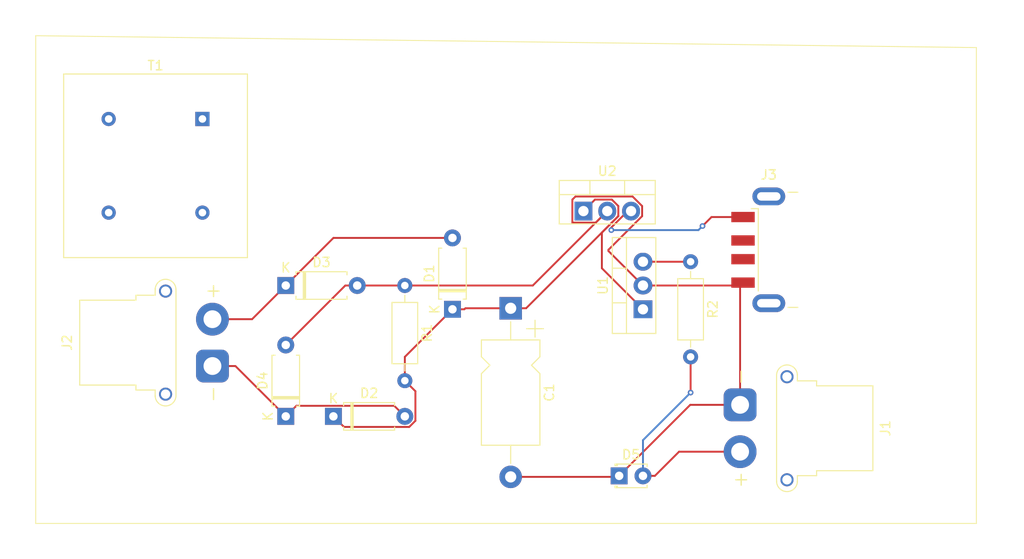
<source format=kicad_pcb>
(kicad_pcb (version 20241229) (generator "pcbnew") (generator_version "9.0")
  (layers (0 "F.Cu" signal) (4 "In1.Cu" signal) (6 "In2.Cu" signal) (2 "B.Cu" signal) (13 "F.Paste" user) (15 "B.Paste" user) (5 "F.SilkS" user "F.Silkscreen") (7 "B.SilkS" user "B.Silkscreen") (1 "F.Mask" user) (3 "B.Mask" user) (25 "Edge.Cuts" user))
  (net 0 "")
  (net 1 "Net-(D3-A)")
  (net 2 "Net-(D1-K)")
  (net 3 "Net-(D1-A)")
  (net 4 "Net-(D2-A)")
  (net 5 "Net-(D5-A)")
  (net 9 "Net-(J3-VBUS)")
  (net 11 "Net-(U1-VO)")
  (footprint "Package_TO_SOT_THT:TO-220-3_Vertical" (layer "F.Cu") (at 160.02 75.875)
    (property "Reference" "U2" (at 2.54 -4.27 0) (layer "F.SilkS"))
    (property "Value" "LM7805_TO220" (hide yes))
    (fp_line (start -2.58 -3.27) (end -2.58 1.371) (stroke (width 0.12)) (layer "F.SilkS"))
    (fp_line (start -2.58 -3.27) (end 7.66 -3.27) (stroke (width 0.12)) (layer "F.SilkS"))
    (fp_line (start -2.58 -1.76) (end 7.66 -1.76) (stroke (width 0.12)) (layer "F.SilkS"))
    (fp_line (start -2.58 1.371) (end 7.66 1.371) (stroke (width 0.12)) (layer "F.SilkS"))
    (fp_line (start 0.69 -3.27) (end 0.69 -1.76) (stroke (width 0.12)) (layer "F.SilkS"))
    (fp_line (start 4.391 -3.27) (end 4.391 -1.76) (stroke (width 0.12)) (layer "F.SilkS"))
    (fp_line (start 7.66 -3.27) (end 7.66 1.371) (stroke (width 0.12)) (layer "F.SilkS"))
    (pad "1" thru_hole rect (at 0 0) (size 1.905 2) (drill 1.1) (layers "*.Cu" "*.Mask") (net 2 "Net-(D1-K)"))
    (pad "2" thru_hole oval (at 2.54 0) (size 1.905 2) (drill 1.1) (layers "*.Cu" "*.Mask") (net 1 "Net-(D3-A)"))
    (pad "3" thru_hole oval (at 5.08 0) (size 1.905 2) (drill 1.1) (layers "*.Cu" "*.Mask") (net 9 "Net-(J3-VBUS)"))
  )
  (footprint "Diode_THT:D_A-405_P7.62mm_Horizontal" (layer "F.Cu") (at 146.05 86.36 90)
    (property "Reference" "D1" (at 3.81 -2.47 90) (layer "F.SilkS"))
    (property "Value" "D_45deg" (hide yes))
    (fp_line (start 6.53 -1.47) (end 6.53 -1.14) (stroke (width 0.12)) (layer "F.SilkS"))
    (fp_line (start 2.11 -1.47) (end 2.11 1.47) (stroke (width 0.12)) (layer "F.SilkS"))
    (fp_line (start 1.99 -1.47) (end 1.99 1.47) (stroke (width 0.12)) (layer "F.SilkS"))
    (fp_line (start 1.87 -1.47) (end 1.87 1.47) (stroke (width 0.12)) (layer "F.SilkS"))
    (fp_line (start 1.09 -1.47) (end 6.53 -1.47) (stroke (width 0.12)) (layer "F.SilkS"))
    (fp_line (start 1.09 -1.14) (end 1.09 -1.47) (stroke (width 0.12)) (layer "F.SilkS"))
    (fp_line (start 1.09 1.14) (end 1.09 1.47) (stroke (width 0.12)) (layer "F.SilkS"))
    (fp_line (start 6.53 1.47) (end 6.53 1.14) (stroke (width 0.12)) (layer "F.SilkS"))
    (fp_line (start 1.09 1.47) (end 6.53 1.47) (stroke (width 0.12)) (layer "F.SilkS"))
    (fp_text user "K" (at 0 -1.9 90) (layer "F.SilkS"))
    (pad "1" thru_hole rect (at 0 0 90) (size 1.8 1.8) (drill 0.9) (layers "*.Cu" "*.Mask") (net 2 "Net-(D1-K)"))
    (pad "2" thru_hole oval (at 7.62 0 90) (size 1.8 1.8) (drill 0.9) (layers "*.Cu" "*.Mask") (net 3 "Net-(D1-A)"))
  )
  (footprint "Connector_USB:USB_A_CNCTech_1001-011-01101_Horizontal" (layer "F.Cu") (at 186.69 80.01)
    (property "Reference" "J3" (at -6.9 -8 0) (layer "F.SilkS"))
    (property "Value" "USB_A")
    (fp_line (start -8.02 -4.4) (end -8.775 -4.4) (stroke (width 0.12)) (layer "F.SilkS"))
    (fp_line (start -8.02 -4.4) (end -8.02 4.4) (stroke (width 0.12)) (layer "F.SilkS"))
    (fp_line (start -4.85 -6.145) (end -3.8 -6.145) (stroke (width 0.12)) (layer "F.SilkS"))
    (fp_line (start -4.85 6.145) (end -3.8 6.145) (stroke (width 0.12)) (layer "F.SilkS"))
    (pad "" np_thru_hole circle (at -6.9 -2.3) (size 1.1 1.1) (drill 1.1) (layers "*.Cu" "*.Mask"))
    (pad "" np_thru_hole circle (at -6.9 2.3) (size 1.1 1.1) (drill 1.1) (layers "*.Cu" "*.Mask"))
    (pad "1" smd rect (at -9.65 -3.5) (size 2.5 1.1) (layers "F.Cu" "F.Mask" "F.Paste") (net 9 "Net-(J3-VBUS)"))
    (pad "2" smd rect (at -9.65 -1) (size 2.5 1.1) (layers "F.Cu" "F.Mask" "F.Paste"))
    (pad "3" smd rect (at -9.65 1) (size 2.5 1.1) (layers "F.Cu" "F.Mask" "F.Paste"))
    (pad "4" smd rect (at -9.65 3.5) (size 2.5 1.1) (layers "F.Cu" "F.Mask" "F.Paste") (net 1 "Net-(D3-A)"))
    (pad "5" thru_hole oval (at -6.9 -5.7) (size 3.5 1.9) (drill oval 2.5 0.9) (property pad_prop_heatsink) (layers "*.Cu" "*.Mask"))
    (pad "5" thru_hole oval (at -6.9 5.7) (size 3.5 1.9) (drill oval 2.5 0.9) (property pad_prop_heatsink) (layers "*.Cu" "*.Mask"))
  )
  (footprint "Transformer_THT:Transformer_NF_ETAL_P1165" (layer "F.Cu") (at 119.38 66.04)
    (property "Reference" "T1" (at -5 -5.7 0) (layer "F.SilkS"))
    (property "Value" "Transformer_1P_1S" (hide yes))
    (fp_line (start -14.8 -4.8) (end 4.8 -4.8) (stroke (width 0.12)) (layer "F.SilkS"))
    (fp_line (start -14.8 14.8) (end -14.8 -4.8) (stroke (width 0.12)) (layer "F.SilkS"))
    (fp_line (start 4.8 -4.8) (end 4.8 14.8) (stroke (width 0.12)) (layer "F.SilkS"))
    (fp_line (start 4.8 14.8) (end -14.8 14.8) (stroke (width 0.12)) (layer "F.SilkS"))
    (pad "1" thru_hole rect (at 0 0) (size 1.52 1.52) (drill 0.81) (layers "*.Cu" "*.Mask"))
    (pad "3" thru_hole circle (at 0 10) (size 1.52 1.52) (drill 0.81) (layers "*.Cu" "*.Mask"))
    (pad "4" thru_hole circle (at -10 10) (size 1.52 1.52) (drill 0.81) (layers "*.Cu" "*.Mask"))
    (pad "6" thru_hole circle (at -10 0) (size 1.52 1.52) (drill 0.81) (layers "*.Cu" "*.Mask"))
  )
  (footprint "LED_THT:LED_D1.8mm_W3.3mm_H2.4mm" (layer "F.Cu") (at 163.83 104.14)
    (property "Reference" "D5" (at 1.27 -2.26 0) (layer "F.SilkS"))
    (property "Value" "LED" (hide yes))
    (fp_line (start -0.44 -1.26) (end -0.44 -1.08) (stroke (width 0.12)) (layer "F.SilkS"))
    (fp_line (start -0.44 -1.26) (end 2.98 -1.26) (stroke (width 0.12)) (layer "F.SilkS"))
    (fp_line (start -0.44 1.08) (end -0.44 1.26) (stroke (width 0.12)) (layer "F.SilkS"))
    (fp_line (start -0.44 1.26) (end 2.98 1.26) (stroke (width 0.12)) (layer "F.SilkS"))
    (fp_line (start -0.32 -1.26) (end -0.32 -1.08) (stroke (width 0.12)) (layer "F.SilkS"))
    (fp_line (start -0.32 1.08) (end -0.32 1.26) (stroke (width 0.12)) (layer "F.SilkS"))
    (fp_line (start -0.2 -1.26) (end -0.2 -1.08) (stroke (width 0.12)) (layer "F.SilkS"))
    (fp_line (start -0.2 1.08) (end -0.2 1.26) (stroke (width 0.12)) (layer "F.SilkS"))
    (fp_line (start 2.98 -1.26) (end 2.98 -0.986) (stroke (width 0.12)) (layer "F.SilkS"))
    (fp_line (start 2.98 0.986) (end 2.98 1.26) (stroke (width 0.12)) (layer "F.SilkS"))
    (pad "1" thru_hole rect (at 0 0) (size 1.8 1.8) (drill 0.9) (layers "*.Cu" "*.Mask") (net 1 "Net-(D3-A)"))
    (pad "2" thru_hole circle (at 2.54 0) (size 1.8 1.8) (drill 0.9) (layers "*.Cu" "*.Mask") (net 5 "Net-(D5-A)"))
  )
  (footprint "Diode_THT:D_A-405_P7.62mm_Horizontal" (layer "F.Cu") (at 128.27 97.79 90)
    (property "Reference" "D4" (at 3.81 -2.47 90) (layer "F.SilkS"))
    (property "Value" "D_45deg" (hide yes))
    (fp_line (start 6.53 -1.47) (end 6.53 -1.14) (stroke (width 0.12)) (layer "F.SilkS"))
    (fp_line (start 2.11 -1.47) (end 2.11 1.47) (stroke (width 0.12)) (layer "F.SilkS"))
    (fp_line (start 1.99 -1.47) (end 1.99 1.47) (stroke (width 0.12)) (layer "F.SilkS"))
    (fp_line (start 1.87 -1.47) (end 1.87 1.47) (stroke (width 0.12)) (layer "F.SilkS"))
    (fp_line (start 1.09 -1.47) (end 6.53 -1.47) (stroke (width 0.12)) (layer "F.SilkS"))
    (fp_line (start 1.09 -1.14) (end 1.09 -1.47) (stroke (width 0.12)) (layer "F.SilkS"))
    (fp_line (start 1.09 1.14) (end 1.09 1.47) (stroke (width 0.12)) (layer "F.SilkS"))
    (fp_line (start 6.53 1.47) (end 6.53 1.14) (stroke (width 0.12)) (layer "F.SilkS"))
    (fp_line (start 1.09 1.47) (end 6.53 1.47) (stroke (width 0.12)) (layer "F.SilkS"))
    (fp_text user "K" (at 0 -1.9 90) (layer "F.SilkS"))
    (pad "1" thru_hole rect (at 0 0 90) (size 1.8 1.8) (drill 0.9) (layers "*.Cu" "*.Mask") (net 4 "Net-(D2-A)"))
    (pad "2" thru_hole oval (at 7.62 0 90) (size 1.8 1.8) (drill 0.9) (layers "*.Cu" "*.Mask") (net 1 "Net-(D3-A)"))
  )
  (footprint "Resistor_THT:R_Axial_DIN0207_L6.3mm_D2.5mm_P10.16mm_Horizontal" (layer "F.Cu") (at 140.97 83.82 -90)
    (property "Reference" "R1" (at 5.08 -2.37 90) (layer "F.SilkS"))
    (property "Value" "R_Small_US" (hide yes))
    (fp_line (start 1.81 1.37) (end 8.35 1.37) (stroke (width 0.12)) (layer "F.SilkS"))
    (fp_line (start 8.35 1.37) (end 8.35 -1.37) (stroke (width 0.12)) (layer "F.SilkS"))
    (fp_line (start 1.04 0) (end 1.81 0) (stroke (width 0.12)) (layer "F.SilkS"))
    (fp_line (start 9.12 0) (end 8.35 0) (stroke (width 0.12)) (layer "F.SilkS"))
    (fp_line (start 1.81 -1.37) (end 1.81 1.37) (stroke (width 0.12)) (layer "F.SilkS"))
    (fp_line (start 8.35 -1.37) (end 1.81 -1.37) (stroke (width 0.12)) (layer "F.SilkS"))
    (pad "1" thru_hole circle (at 0 0 270) (size 1.6 1.6) (drill 0.8) (layers "*.Cu" "*.Mask") (net 1 "Net-(D3-A)"))
    (pad "2" thru_hole oval (at 10.16 0 270) (size 1.6 1.6) (drill 0.8) (layers "*.Cu" "*.Mask") (net 2 "Net-(D1-K)"))
  )
  (footprint "Diode_THT:D_A-405_P7.62mm_Horizontal" (layer "F.Cu") (at 133.35 97.79)
    (property "Reference" "D2" (at 3.81 -2.47 0) (layer "F.SilkS"))
    (property "Value" "D_45deg" (hide yes))
    (fp_line (start 1.09 -1.47) (end 6.53 -1.47) (stroke (width 0.12)) (layer "F.SilkS"))
    (fp_line (start 1.09 -1.14) (end 1.09 -1.47) (stroke (width 0.12)) (layer "F.SilkS"))
    (fp_line (start 1.09 1.14) (end 1.09 1.47) (stroke (width 0.12)) (layer "F.SilkS"))
    (fp_line (start 1.09 1.47) (end 6.53 1.47) (stroke (width 0.12)) (layer "F.SilkS"))
    (fp_line (start 1.87 -1.47) (end 1.87 1.47) (stroke (width 0.12)) (layer "F.SilkS"))
    (fp_line (start 1.99 -1.47) (end 1.99 1.47) (stroke (width 0.12)) (layer "F.SilkS"))
    (fp_line (start 2.11 -1.47) (end 2.11 1.47) (stroke (width 0.12)) (layer "F.SilkS"))
    (fp_line (start 6.53 -1.47) (end 6.53 -1.14) (stroke (width 0.12)) (layer "F.SilkS"))
    (fp_line (start 6.53 1.47) (end 6.53 1.14) (stroke (width 0.12)) (layer "F.SilkS"))
    (fp_text user "K" (at 0 -1.9 0) (layer "F.SilkS"))
    (pad "1" thru_hole rect (at 0 0) (size 1.8 1.8) (drill 0.9) (layers "*.Cu" "*.Mask") (net 2 "Net-(D1-K)"))
    (pad "2" thru_hole oval (at 7.62 0) (size 1.8 1.8) (drill 0.9) (layers "*.Cu" "*.Mask") (net 4 "Net-(D2-A)"))
  )
  (footprint "Package_TO_SOT_THT:TO-220-3_Vertical" (layer "F.Cu") (at 166.37 86.36 90)
    (property "Reference" "U1" (at 2.54 -4.27 90) (layer "F.SilkS"))
    (property "Value" "LM7805_TO220" (hide yes))
    (fp_line (start 7.66 -3.27) (end 7.66 1.371) (stroke (width 0.12)) (layer "F.SilkS"))
    (fp_line (start 4.391 -3.27) (end 4.391 -1.76) (stroke (width 0.12)) (layer "F.SilkS"))
    (fp_line (start 0.69 -3.27) (end 0.69 -1.76) (stroke (width 0.12)) (layer "F.SilkS"))
    (fp_line (start -2.58 -3.27) (end 7.66 -3.27) (stroke (width 0.12)) (layer "F.SilkS"))
    (fp_line (start -2.58 -3.27) (end -2.58 1.371) (stroke (width 0.12)) (layer "F.SilkS"))
    (fp_line (start -2.58 -1.76) (end 7.66 -1.76) (stroke (width 0.12)) (layer "F.SilkS"))
    (fp_line (start -2.58 1.371) (end 7.66 1.371) (stroke (width 0.12)) (layer "F.SilkS"))
    (pad "1" thru_hole rect (at 0 0 90) (size 1.905 2) (drill 1.1) (layers "*.Cu" "*.Mask") (net 2 "Net-(D1-K)"))
    (pad "2" thru_hole oval (at 2.54 0 90) (size 1.905 2) (drill 1.1) (layers "*.Cu" "*.Mask") (net 1 "Net-(D3-A)"))
    (pad "3" thru_hole oval (at 5.08 0 90) (size 1.905 2) (drill 1.1) (layers "*.Cu" "*.Mask") (net 11 "Net-(U1-VO)"))
  )
  (footprint "Connector_AMASS:AMASS_XT30PW-F_1x02_P2.50mm_Horizontal" (layer "F.Cu") (at 120.45 92.416 90)
    (property "Reference" "J2" (at 2.5 -15.5 90) (layer "F.SilkS"))
    (property "Value" "Conn_01x02_Pin" (hide yes))
    (fp_line (start 7.03 -14.16) (end 7.03 -8.16) (stroke (width 0.12)) (layer "F.SilkS"))
    (fp_line (start -2.03 -14.16) (end 7 -14.16) (stroke (width 0.12)) (layer "F.SilkS"))
    (fp_line (start -2.03 -14.16) (end -2.03 -8.16) (stroke (width 0.12)) (layer "F.SilkS"))
    (fp_line (start 7.56 -8.16) (end 7.56 -6.11) (stroke (width 0.12)) (layer "F.SilkS"))
    (fp_line (start 7.03 -8.16) (end 7.56 -8.16) (stroke (width 0.12)) (layer "F.SilkS"))
    (fp_line (start -2.56 -8.16) (end -2.03 -8.16) (stroke (width 0.12)) (layer "F.SilkS"))
    (fp_line (start -2.56 -8.16) (end -2.56 -6.11) (stroke (width 0.12)) (layer "F.SilkS"))
    (fp_line (start 7.56 -6.11) (end 8.26 -6.11) (stroke (width 0.12)) (layer "F.SilkS"))
    (fp_line (start -3.26 -6.11) (end -2.56 -6.11) (stroke (width 0.12)) (layer "F.SilkS"))
    (fp_line (start -3.26 -3.89) (end 8.26 -3.89) (stroke (width 0.12)) (layer "F.SilkS"))
    (fp_arc (start 8.15 -6.11) (mid 9.26 -5) (end 8.15 -3.89) (stroke (width 0.12)) (layer "F.SilkS"))
    (fp_arc (start -3.321729 -3.903365) (mid -4.256653 -5.086124) (end -3.15 -6.11) (stroke (width 0.12)) (layer "F.SilkS"))
    (fp_text user "-" (at -3 0 90) (layer "F.SilkS") (effects (font (size 1.5 1.5))))
    (fp_text user "+" (at 8 0 90) (layer "F.SilkS") (effects (font (size 1.5 1.5))))
    (pad "" thru_hole circle (at -3 -5 180) (size 1.4 1.4) (drill 1) (layers "*.Cu" "*.Mask"))
    (pad "" thru_hole circle (at 8 -5 90) (size 1.4 1.4) (drill 1) (layers "*.Cu" "*.Mask"))
    (pad "1" thru_hole roundrect (at 0 0 90) (size 3.5 3.5) (drill 1.9) (layers "*.Cu" "*.Mask") (roundrect_rratio 0.22) (net 4 "Net-(D2-A)"))
    (pad "2" thru_hole circle (at 5 0 90) (size 3.5 3.5) (drill 1.9) (layers "*.Cu" "*.Mask") (net 3 "Net-(D1-A)"))
  )
  (footprint "Resistor_THT:R_Axial_DIN0207_L6.3mm_D2.5mm_P10.16mm_Horizontal" (layer "F.Cu") (at 171.45 81.28 -90)
    (property "Reference" "R2" (at 5.08 -2.37 90) (layer "F.SilkS"))
    (property "Value" "R_Small_US" (hide yes))
    (fp_line (start 1.81 1.37) (end 8.35 1.37) (stroke (width 0.12)) (layer "F.SilkS"))
    (fp_line (start 8.35 1.37) (end 8.35 -1.37) (stroke (width 0.12)) (layer "F.SilkS"))
    (fp_line (start 1.04 0) (end 1.81 0) (stroke (width 0.12)) (layer "F.SilkS"))
    (fp_line (start 9.12 0) (end 8.35 0) (stroke (width 0.12)) (layer "F.SilkS"))
    (fp_line (start 1.81 -1.37) (end 1.81 1.37) (stroke (width 0.12)) (layer "F.SilkS"))
    (fp_line (start 8.35 -1.37) (end 1.81 -1.37) (stroke (width 0.12)) (layer "F.SilkS"))
    (pad "1" thru_hole circle (at 0 0 270) (size 1.6 1.6) (drill 0.8) (layers "*.Cu" "*.Mask") (net 11 "Net-(U1-VO)"))
    (pad "2" thru_hole oval (at 10.16 0 270) (size 1.6 1.6) (drill 0.8) (layers "*.Cu" "*.Mask") (net 5 "Net-(D5-A)"))
  )
  (footprint "Capacitor_THT:CP_Axial_L11.0mm_D6.0mm_P18.00mm_Horizontal" (layer "F.Cu") (at 152.2575 86.25 -90)
    (property "Reference" "C1" (at 9 -4.12 90) (layer "F.SilkS"))
    (property "Value" "C_Polarized" (hide yes))
    (fp_line (start 3.38 3.12) (end 5.18 3.12) (stroke (width 0.12)) (layer "F.SilkS"))
    (fp_line (start 5.18 3.12) (end 6.08 2.22) (stroke (width 0.12)) (layer "F.SilkS"))
    (fp_line (start 6.98 3.12) (end 14.62 3.12) (stroke (width 0.12)) (layer "F.SilkS"))
    (fp_line (start 6.08 2.22) (end 6.98 3.12) (stroke (width 0.12)) (layer "F.SilkS"))
    (fp_line (start 1.44 0) (end 3.38 0) (stroke (width 0.12)) (layer "F.SilkS"))
    (fp_line (start 16.56 0) (end 14.62 0) (stroke (width 0.12)) (layer "F.SilkS"))
    (fp_line (start 6.08 -2.22) (end 6.98 -3.12) (stroke (width 0.12)) (layer "F.SilkS"))
    (fp_line (start 1.28 -2.6) (end 3.08 -2.6) (stroke (width 0.12)) (layer "F.SilkS"))
    (fp_line (start 3.38 -3.12) (end 3.38 3.12) (stroke (width 0.12)) (layer "F.SilkS"))
    (fp_line (start 3.38 -3.12) (end 5.18 -3.12) (stroke (width 0.12)) (layer "F.SilkS"))
    (fp_line (start 5.18 -3.12) (end 6.08 -2.22) (stroke (width 0.12)) (layer "F.SilkS"))
    (fp_line (start 6.98 -3.12) (end 14.62 -3.12) (stroke (width 0.12)) (layer "F.SilkS"))
    (fp_line (start 14.62 -3.12) (end 14.62 3.12) (stroke (width 0.12)) (layer "F.SilkS"))
    (fp_line (start 2.18 -3.5) (end 2.18 -1.7) (stroke (width 0.12)) (layer "F.SilkS"))
    (pad "1" thru_hole rect (at 0 0 270) (size 2.4 2.4) (drill 1.2) (layers "*.Cu" "*.Mask") (net 2 "Net-(D1-K)"))
    (pad "2" thru_hole circle (at 18 0 270) (size 2.4 2.4) (drill 1.2) (layers "*.Cu" "*.Mask") (net 1 "Net-(D3-A)"))
  )
  (footprint "Diode_THT:D_A-405_P7.62mm_Horizontal" (layer "F.Cu") (at 128.27 83.82)
    (property "Reference" "D3" (at 3.81 -2.47 0) (layer "F.SilkS"))
    (property "Value" "D_45deg" (hide yes))
    (fp_line (start 1.09 -1.47) (end 6.53 -1.47) (stroke (width 0.12)) (layer "F.SilkS"))
    (fp_line (start 1.09 -1.14) (end 1.09 -1.47) (stroke (width 0.12)) (layer "F.SilkS"))
    (fp_line (start 1.09 1.14) (end 1.09 1.47) (stroke (width 0.12)) (layer "F.SilkS"))
    (fp_line (start 1.09 1.47) (end 6.53 1.47) (stroke (width 0.12)) (layer "F.SilkS"))
    (fp_line (start 1.87 -1.47) (end 1.87 1.47) (stroke (width 0.12)) (layer "F.SilkS"))
    (fp_line (start 1.99 -1.47) (end 1.99 1.47) (stroke (width 0.12)) (layer "F.SilkS"))
    (fp_line (start 2.11 -1.47) (end 2.11 1.47) (stroke (width 0.12)) (layer "F.SilkS"))
    (fp_line (start 6.53 -1.47) (end 6.53 -1.14) (stroke (width 0.12)) (layer "F.SilkS"))
    (fp_line (start 6.53 1.47) (end 6.53 1.14) (stroke (width 0.12)) (layer "F.SilkS"))
    (fp_text user "K" (at 0 -1.9 0) (layer "F.SilkS"))
    (pad "1" thru_hole rect (at 0 0) (size 1.8 1.8) (drill 0.9) (layers "*.Cu" "*.Mask") (net 3 "Net-(D1-A)"))
    (pad "2" thru_hole oval (at 7.62 0) (size 1.8 1.8) (drill 0.9) (layers "*.Cu" "*.Mask") (net 1 "Net-(D3-A)"))
  )
  (footprint "Connector_AMASS:AMASS_XT30PW-F_1x02_P2.50mm_Horizontal" (layer "F.Cu") (at 176.73 96.56 -90)
    (property "Reference" "J1" (at 2.5 -15.5 90) (layer "F.SilkS"))
    (property "Value" "Conn_01x02_Pin" (hide yes))
    (fp_line (start -3.26 -3.89) (end 8.26 -3.89) (stroke (width 0.12)) (layer "F.SilkS"))
    (fp_line (start -3.26 -6.11) (end -2.56 -6.11) (stroke (width 0.12)) (layer "F.SilkS"))
    (fp_line (start 7.56 -6.11) (end 8.26 -6.11) (stroke (width 0.12)) (layer "F.SilkS"))
    (fp_line (start -2.56 -8.16) (end -2.56 -6.11) (stroke (width 0.12)) (layer "F.SilkS"))
    (fp_line (start -2.56 -8.16) (end -2.03 -8.16) (stroke (width 0.12)) (layer "F.SilkS"))
    (fp_line (start 7.03 -8.16) (end 7.56 -8.16) (stroke (width 0.12)) (layer "F.SilkS"))
    (fp_line (start 7.56 -8.16) (end 7.56 -6.11) (stroke (width 0.12)) (layer "F.SilkS"))
    (fp_line (start -2.03 -14.16) (end -2.03 -8.16) (stroke (width 0.12)) (layer "F.SilkS"))
    (fp_line (start -2.03 -14.16) (end 7 -14.16) (stroke (width 0.12)) (layer "F.SilkS"))
    (fp_line (start 7.03 -14.16) (end 7.03 -8.16) (stroke (width 0.12)) (layer "F.SilkS"))
    (fp_arc (start -3.321729 -3.903365) (mid -4.256653 -5.086124) (end -3.15 -6.11) (stroke (width 0.12)) (layer "F.SilkS"))
    (fp_arc (start 8.15 -6.11) (mid 9.26 -5) (end 8.15 -3.89) (stroke (width 0.12)) (layer "F.SilkS"))
    (fp_text user "+" (at 8 0 90) (layer "F.SilkS") (effects (font (size 1.5 1.5))))
    (fp_text user "-" (at -3 0 90) (layer "F.SilkS") (effects (font (size 1.5 1.5))))
    (pad "" thru_hole circle (at -3 -5) (size 1.4 1.4) (drill 1) (layers "*.Cu" "*.Mask"))
    (pad "" thru_hole circle (at 8 -5 270) (size 1.4 1.4) (drill 1) (layers "*.Cu" "*.Mask"))
    (pad "1" thru_hole roundrect (at 0 0 270) (size 3.5 3.5) (drill 1.9) (layers "*.Cu" "*.Mask") (roundrect_rratio 0.22) (net 1 "Net-(D3-A)"))
    (pad "2" thru_hole circle (at 5 0 270) (size 3.5 3.5) (drill 1.9) (layers "*.Cu" "*.Mask") (net 5 "Net-(D5-A)"))
  )
  (gr_line (start 201.93 58.42) (end 101.6 57.15) (stroke (width 0.1)) (layer "F.SilkS"))
  (gr_line (start 201.93 109.22) (end 201.93 58.42) (stroke (width 0.1)) (layer "F.SilkS"))
  (gr_line (start 101.6 109.22) (end 201.93 109.22) (stroke (width 0.1)) (layer "F.SilkS"))
  (gr_line (start 101.6 57.15) (end 101.6 109.22) (stroke (width 0.1)) (layer "F.SilkS"))
  (segment (start 128.27 90.17) (end 134.62 83.82) (width 0.2) (layer "F.Cu") (net 1))
  (segment (start 175.91 83.82) (end 166.37 83.82) (width 0.2) (layer "F.Cu") (net 1))
  (segment (start 135.89 83.82) (end 140.97 83.82) (width 0.2) (layer "F.Cu") (net 1))
  (segment (start 152.2575 104.25) (end 163.72 104.25) (width 0.2) (layer "F.Cu") (net 1))
  (segment (start 163.72 104.25) (end 163.83 104.14) (width 0.2) (layer "F.Cu") (net 1))
  (segment (start 171.41 96.56) (end 176.73 96.56) (width 0.2) (layer "F.Cu") (net 1))
  (segment (start 166.2805 75.338521) (end 165.260979 74.319) (width 0.2) (layer "F.Cu") (net 1))
  (segment (start 166.37 83.82) (end 162.681979 80.131979) (width 0.2) (layer "F.Cu") (net 1))
  (segment (start 176.73 83.82) (end 177.04 83.51) (width 0.2) (layer "F.Cu") (net 1))
  (segment (start 140.97 83.82) (end 154.615 83.82) (width 0.2) (layer "F.Cu") (net 1))
  (segment (start 158.8395 77.103) (end 161.332 77.103) (width 0.2) (layer "F.Cu") (net 1))
  (segment (start 176.73 96.56) (end 176.73 83.82) (width 0.2) (layer "F.Cu") (net 1))
  (segment (start 158.8395 74.647) (end 158.8395 77.103) (width 0.2) (layer "F.Cu") (net 1))
  (segment (start 163.83 104.14) (end 171.41 96.56) (width 0.2) (layer "F.Cu") (net 1))
  (segment (start 162.681979 80.01) (end 166.2805 76.411479) (width 0.2) (layer "F.Cu") (net 1))
  (segment (start 176.22 83.51) (end 175.91 83.82) (width 0.2) (layer "F.Cu") (net 1))
  (segment (start 177.04 83.51) (end 176.22 83.51) (width 0.2) (layer "F.Cu") (net 1))
  (segment (start 134.62 83.82) (end 135.89 83.82) (width 0.2) (layer "F.Cu") (net 1))
  (segment (start 159.1675 74.319) (end 158.8395 74.647) (width 0.2) (layer "F.Cu") (net 1))
  (segment (start 162.681979 80.131979) (end 162.681979 80.01) (width 0.2) (layer "F.Cu") (net 1))
  (segment (start 165.260979 74.319) (end 159.1675 74.319) (width 0.2) (layer "F.Cu") (net 1))
  (segment (start 161.332 77.103) (end 162.56 75.875) (width 0.2) (layer "F.Cu") (net 1))
  (segment (start 166.2805 76.411479) (end 166.2805 75.338521) (width 0.2) (layer "F.Cu") (net 1))
  (segment (start 154.615 83.82) (end 162.56 75.875) (width 0.2) (layer "F.Cu") (net 1))
  (segment (start 152.2575 86.25) (end 153.901979 86.25) (width 0.2) (layer "F.Cu") (net 2))
  (segment (start 140.97 93.98) (end 140.97 91.44) (width 0.2) (layer "F.Cu") (net 2))
  (segment (start 146.05 86.36) (end 147.32 86.36) (width 0.2) (layer "F.Cu") (net 2))
  (segment (start 163.048979 74.647) (end 161.248 74.647) (width 0.2) (layer "F.Cu") (net 2))
  (segment (start 133.35 97.79) (end 134.478 98.918) (width 0.2) (layer "F.Cu") (net 2))
  (segment (start 141.437233 98.918) (end 142.098 98.257233) (width 0.2) (layer "F.Cu") (net 2))
  (segment (start 161.985989 81.975989) (end 161.985989 78.16599) (width 0.2) (layer "F.Cu") (net 2))
  (segment (start 153.901979 86.25) (end 163.7405 76.411479) (width 0.2) (layer "F.Cu") (net 2))
  (segment (start 161.248 74.647) (end 160.02 75.875) (width 0.2) (layer "F.Cu") (net 2))
  (segment (start 163.7405 75.338521) (end 163.048979 74.647) (width 0.2) (layer "F.Cu") (net 2))
  (segment (start 142.098 98.257233) (end 142.098 95.108) (width 0.2) (layer "F.Cu") (net 2))
  (segment (start 142.098 95.108) (end 140.97 93.98) (width 0.2) (layer "F.Cu") (net 2))
  (segment (start 134.478 98.918) (end 141.437233 98.918) (width 0.2) (layer "F.Cu") (net 2))
  (segment (start 147.32 86.36) (end 147.43 86.25) (width 0.2) (layer "F.Cu") (net 2))
  (segment (start 147.43 86.25) (end 152.2575 86.25) (width 0.2) (layer "F.Cu") (net 2))
  (segment (start 166.37 86.36) (end 161.985989 81.975989) (width 0.2) (layer "F.Cu") (net 2))
  (segment (start 163.7405 76.411479) (end 163.7405 75.338521) (width 0.2) (layer "F.Cu") (net 2))
  (segment (start 140.97 91.44) (end 146.05 86.36) (width 0.2) (layer "F.Cu") (net 2))
  (segment (start 161.985989 78.16599) (end 163.7405 76.411479) (width 0.2) (layer "F.Cu") (net 2))
  (segment (start 133.35 78.74) (end 146.05 78.74) (width 0.2) (layer "F.Cu") (net 3))
  (segment (start 128.27 83.82) (end 133.35 78.74) (width 0.2) (layer "F.Cu") (net 3))
  (segment (start 124.674 87.416) (end 128.27 83.82) (width 0.2) (layer "F.Cu") (net 3))
  (segment (start 120.45 87.416) (end 120.45 87.43) (width 0.2) (layer "F.Cu") (net 3))
  (segment (start 120.45 87.416) (end 124.674 87.416) (width 0.2) (layer "F.Cu") (net 3))
  (segment (start 129.398 96.662) (end 139.842 96.662) (width 0.2) (layer "F.Cu") (net 4))
  (segment (start 120.45 92.416) (end 122.896 92.416) (width 0.2) (layer "F.Cu") (net 4))
  (segment (start 122.896 92.416) (end 128.27 97.79) (width 0.2) (layer "F.Cu") (net 4))
  (segment (start 128.27 97.79) (end 129.398 96.662) (width 0.2) (layer "F.Cu") (net 4))
  (segment (start 139.842 96.662) (end 140.97 97.79) (width 0.2) (layer "F.Cu") (net 4))
  (segment (start 170.22 101.56) (end 176.73 101.56) (width 0.2) (layer "F.Cu") (net 5))
  (segment (start 171.45 91.44) (end 171.45 95.25) (width 0.2) (layer "F.Cu") (net 5))
  (segment (start 166.37 104.14) (end 167.64 104.14) (width 0.2) (layer "F.Cu") (net 5))
  (segment (start 167.64 104.14) (end 170.22 101.56) (width 0.2) (layer "F.Cu") (net 5))
  (via (at 171.45 95.25) (size 0.6) (drill 0.3) (layers "F.Cu" "B.Cu") (net 5))
  (segment (start 171.45 95.25) (end 166.37 100.33) (width 0.2) (layer "B.Cu") (net 5))
  (segment (start 166.37 100.33) (end 166.37 104.14) (width 0.2) (layer "B.Cu") (net 5))
  (segment (start 164.740841 75.875) (end 162.993635 77.622206) (width 0.2) (layer "F.Cu") (net 9))
  (segment (start 173.68 76.51) (end 177.04 76.51) (width 0.2) (layer "F.Cu") (net 9))
  (segment (start 162.993635 77.622206) (end 162.993635 77.903636) (width 0.2) (layer "F.Cu") (net 9))
  (segment (start 165.1 75.875) (end 164.740841 75.875) (width 0.2) (layer "F.Cu") (net 9))
  (segment (start 172.72 77.47) (end 173.68 76.51) (width 0.2) (layer "F.Cu") (net 9))
  (via (at 172.72 77.47) (size 0.6) (drill 0.3) (layers "F.Cu" "B.Cu") (net 9))
  (via (at 162.993635 77.903636) (size 0.6) (drill 0.3) (layers "F.Cu" "B.Cu") (net 9))
  (segment (start 162.993635 77.903636) (end 172.286364 77.903636) (width 0.2) (layer "B.Cu") (net 9))
  (segment (start 172.286364 77.903636) (end 172.72 77.47) (width 0.2) (layer "B.Cu") (net 9))
  (segment (start 166.37 81.28) (end 171.45 81.28) (width 0.2) (layer "F.Cu") (net 11))
)
</source>
